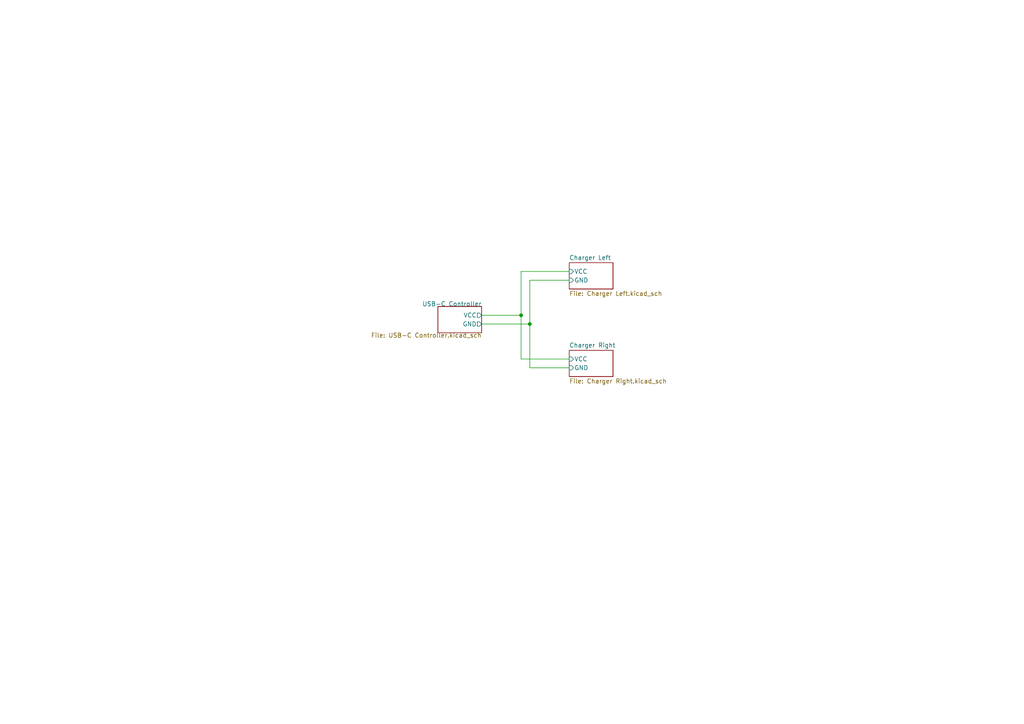
<source format=kicad_sch>
(kicad_sch (version 20211123) (generator eeschema)
  (paper "A4")
  (lib_symbols)
  (junction (at 153.67 93.98))
  (junction (at 151.13 91.44))
  (wire (pts (xy 165.1 78.74) (xy 151.13 78.74)))
  (wire (pts (xy 151.13 78.74) (xy 151.13 91.44)))
  (wire (pts (xy 165.1 106.68) (xy 153.67 106.68)))
  (wire (pts (xy 139.7 93.98) (xy 153.67 93.98)))
  (wire (pts (xy 153.67 93.98) (xy 153.67 81.28)))
  (wire (pts (xy 165.1 104.14) (xy 151.13 104.14)))
  (wire (pts (xy 153.67 81.28) (xy 165.1 81.28)))
  (wire (pts (xy 151.13 104.14) (xy 151.13 91.44)))
  (wire (pts (xy 153.67 106.68) (xy 153.67 93.98)))
  (wire (pts (xy 139.7 91.44) (xy 151.13 91.44)))
  (sheet (at 165.1 101.6) (size 12.7 7.62) (stroke (width 0.1524))
    (property "Sheet name" "Charger Right" (at 165.1 100.8884 0) (effects (justify left bottom)))
    (property "Sheet file" "Charger Right.kicad_sch" (at 165.1 109.8046 0) (effects (justify left top)))
    (pin "VCC" input (at 165.1 104.14 180))
    (pin "GND" input (at 165.1 106.68 180))
  )
  (sheet (at 127 88.9) (size 12.7 7.62) (stroke (width 0.1524))
    (property "Sheet name" "USB-C Controller" (at 139.7 88.9 0) (effects (justify right bottom)))
    (property "Sheet file" "USB-C Controller.kicad_sch" (at 139.7 96.52 0) (effects (justify right top)))
    (pin "VCC" output (at 139.7 91.44 0))
    (pin "GND" output (at 139.7 93.98 0))
  )
  (sheet (at 165.1 76.2) (size 12.7 7.62) (stroke (width 0.1524))
    (property "Sheet name" "Charger Left" (at 165.1 75.4884 0) (effects (justify left bottom)))
    (property "Sheet file" "Charger Left.kicad_sch" (at 165.1 84.4046 0) (effects (justify left top)))
    (pin "VCC" input (at 165.1 78.74 180))
    (pin "GND" input (at 165.1 81.28 180))
  )
)
</source>
